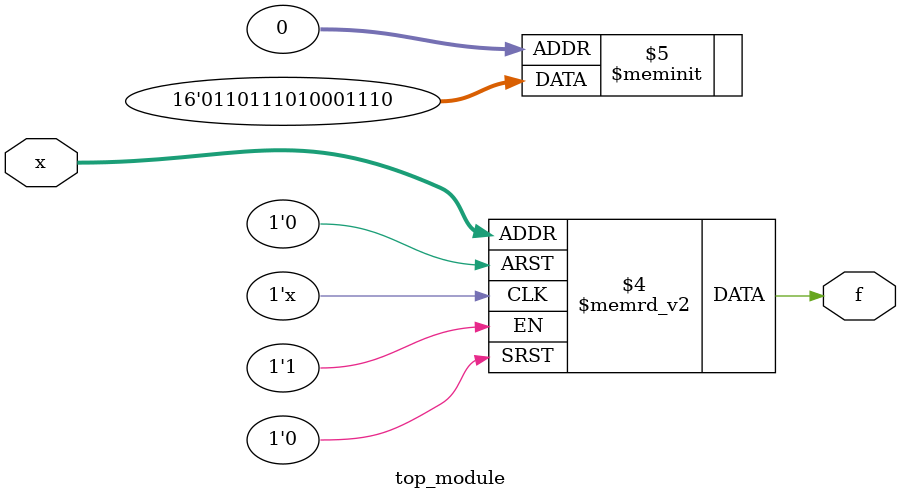
<source format=sv>
module top_module (
    input [4:1] x,
    output logic f
);

always_comb begin
    case (x)
        4'b0000, 4'b0101, 4'b1100, 4'b1111: f = 1'b0;
        4'b0001, 4'b0011, 4'b0111, 4'b1001, 4'b1010, 4'b1101: f = 1'b1;
        4'b0010, 4'b1011, 4'b1110: f = 1'b1; // Don't care condition
        default: f = 1'b0;
    endcase
end

endmodule

</source>
